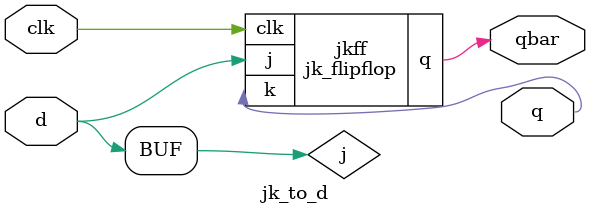
<source format=v>
module jk_flipflop( input clk, j, k,output reg q, qbar);

    always @(posedge clk)
     begin
     q <= 1;
      qbar <= 1;
     
    case ({j, k})
            2'b00: begin
                q <= q;
                qbar <= qbar;end
            2'b01: begin
                q <= 1'b0;
                qbar <= 1'b1;end
            2'b10: begin
                q <= 1'b1;
                qbar <= 1'b0;end
            2'b11: begin
                q <= 1'b0;
                qbar <= 1'b1;end
        endcase
    end
endmodule

module jk_to_d(input clk,d,output q, qbar);
wire j, k;
assign j = d;
assign k = ~d;
jk_flipflop jkff (clk, d, q, qbar);
endmodule
</source>
